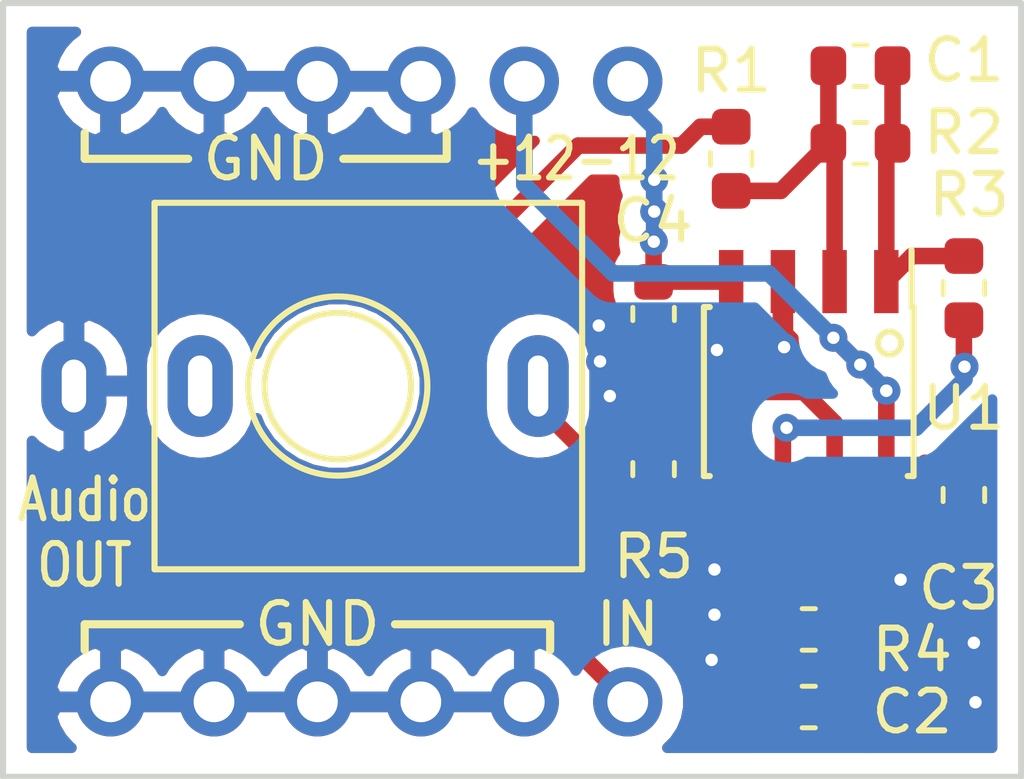
<source format=kicad_pcb>
(kicad_pcb (version 20171130) (host pcbnew "(5.1.9-0-10_14)")

  (general
    (thickness 1.6)
    (drawings 19)
    (tracks 84)
    (zones 0)
    (modules 13)
    (nets 11)
  )

  (page A4)
  (layers
    (0 F.Cu signal)
    (31 B.Cu signal)
    (32 B.Adhes user)
    (33 F.Adhes user)
    (34 B.Paste user)
    (35 F.Paste user)
    (36 B.SilkS user)
    (37 F.SilkS user)
    (38 B.Mask user)
    (39 F.Mask user)
    (40 Dwgs.User user)
    (41 Cmts.User user)
    (42 Eco1.User user)
    (43 Eco2.User user)
    (44 Edge.Cuts user)
    (45 Margin user)
    (46 B.CrtYd user hide)
    (47 F.CrtYd user hide)
    (48 B.Fab user hide)
    (49 F.Fab user hide)
  )

  (setup
    (last_trace_width 0.1524)
    (user_trace_width 0.1524)
    (user_trace_width 0.254)
    (user_trace_width 0.4064)
    (user_trace_width 0.635)
    (trace_clearance 0.1524)
    (zone_clearance 0.508)
    (zone_45_only no)
    (trace_min 0.1524)
    (via_size 0.6858)
    (via_drill 0.3048)
    (via_min_size 0.6858)
    (via_min_drill 0.3048)
    (uvia_size 0.3048)
    (uvia_drill 0.1524)
    (uvias_allowed no)
    (uvia_min_size 0.2)
    (uvia_min_drill 0.1)
    (edge_width 0.15)
    (segment_width 0.2)
    (pcb_text_width 0.3)
    (pcb_text_size 1.5 1.5)
    (mod_edge_width 0.15)
    (mod_text_size 1 1)
    (mod_text_width 0.15)
    (pad_size 1.524 1.524)
    (pad_drill 0.762)
    (pad_to_mask_clearance 0.2)
    (aux_axis_origin 0 0)
    (visible_elements FFFFFF7F)
    (pcbplotparams
      (layerselection 0x010fc_ffffffff)
      (usegerberextensions false)
      (usegerberattributes false)
      (usegerberadvancedattributes false)
      (creategerberjobfile false)
      (excludeedgelayer true)
      (linewidth 0.100000)
      (plotframeref false)
      (viasonmask false)
      (mode 1)
      (useauxorigin false)
      (hpglpennumber 1)
      (hpglpenspeed 20)
      (hpglpendiameter 15.000000)
      (psnegative false)
      (psa4output false)
      (plotreference true)
      (plotvalue true)
      (plotinvisibletext false)
      (padsonsilk false)
      (subtractmaskfromsilk false)
      (outputformat 1)
      (mirror false)
      (drillshape 1)
      (scaleselection 1)
      (outputdirectory ""))
  )

  (net 0 "")
  (net 1 "Net-(C1-Pad1)")
  (net 2 GND)
  (net 3 "Net-(C2-Pad1)")
  (net 4 "Net-(C1-Pad2)")
  (net 5 "Net-(C2-Pad2)")
  (net 6 +12V)
  (net 7 -12V)
  (net 8 "Net-(J1-Pad1)")
  (net 9 "Net-(J2-PadTN)")
  (net 10 "Net-(J2-PadT)")

  (net_class Default "This is the default net class."
    (clearance 0.1524)
    (trace_width 0.1524)
    (via_dia 0.6858)
    (via_drill 0.3048)
    (uvia_dia 0.3048)
    (uvia_drill 0.1524)
    (diff_pair_width 0.1524)
    (diff_pair_gap 0.1524)
    (add_net +12V)
    (add_net -12V)
    (add_net GND)
    (add_net "Net-(C1-Pad1)")
    (add_net "Net-(C1-Pad2)")
    (add_net "Net-(C2-Pad1)")
    (add_net "Net-(C2-Pad2)")
    (add_net "Net-(J1-Pad1)")
    (add_net "Net-(J2-PadT)")
    (add_net "Net-(J2-PadTN)")
  )

  (module Connector_PinHeader_2.54mm:PinHeader_1x06_P2.54mm_Vertical (layer B.Cu) (tedit 5FCA88E1) (tstamp 5FCA86FB)
    (at 116.34 73.16 90)
    (descr "Through hole straight pin header, 1x06, 2.54mm pitch, single row")
    (tags "Through hole pin header THT 1x06 2.54mm single row")
    (path /5FC933AD)
    (fp_text reference J1 (at 0 2.33 90) (layer B.SilkS) hide
      (effects (font (size 1 1) (thickness 0.15)) (justify mirror))
    )
    (fp_text value IN (at 0 -15.03 90) (layer B.Fab)
      (effects (font (size 1 1) (thickness 0.15)) (justify mirror))
    )
    (fp_line (start -0.635 1.27) (end 1.27 1.27) (layer B.Fab) (width 0.1))
    (fp_line (start 1.27 1.27) (end 1.27 -13.97) (layer B.Fab) (width 0.1))
    (fp_line (start 1.27 -13.97) (end -1.27 -13.97) (layer B.Fab) (width 0.1))
    (fp_line (start -1.27 -13.97) (end -1.27 0.635) (layer B.Fab) (width 0.1))
    (fp_line (start -1.27 0.635) (end -0.635 1.27) (layer B.Fab) (width 0.1))
    (fp_line (start -1.8 1.8) (end -1.8 -14.5) (layer B.CrtYd) (width 0.05))
    (fp_line (start -1.8 -14.5) (end 1.8 -14.5) (layer B.CrtYd) (width 0.05))
    (fp_line (start 1.8 -14.5) (end 1.8 1.8) (layer B.CrtYd) (width 0.05))
    (fp_line (start 1.8 1.8) (end -1.8 1.8) (layer B.CrtYd) (width 0.05))
    (fp_text user %R (at 0 -6.35) (layer B.Fab)
      (effects (font (size 1 1) (thickness 0.15)) (justify mirror))
    )
    (pad 6 thru_hole oval (at 0 -12.7 90) (size 1.7 1.7) (drill 1) (layers *.Cu *.Mask)
      (net 2 GND))
    (pad 5 thru_hole oval (at 0 -10.16 90) (size 1.7 1.7) (drill 1) (layers *.Cu *.Mask)
      (net 2 GND))
    (pad 4 thru_hole oval (at 0 -7.62 90) (size 1.7 1.7) (drill 1) (layers *.Cu *.Mask)
      (net 2 GND))
    (pad 3 thru_hole oval (at 0 -5.08 90) (size 1.7 1.7) (drill 1) (layers *.Cu *.Mask)
      (net 2 GND))
    (pad 2 thru_hole oval (at 0 -2.54 90) (size 1.7 1.7) (drill 1) (layers *.Cu *.Mask)
      (net 2 GND))
    (pad 1 thru_hole oval (at 0 0 90) (size 1.7 1.7) (drill 1) (layers *.Cu *.Mask)
      (net 8 "Net-(J1-Pad1)"))
    (model ${KISYS3DMOD}/Connector_PinHeader_2.54mm.3dshapes/PinHeader_1x06_P2.54mm_Vertical.wrl
      (at (xyz 0 0 0))
      (scale (xyz 1 1 1))
      (rotate (xyz 0 0 0))
    )
  )

  (module Connector_PinHeader_2.54mm:PinHeader_1x06_P2.54mm_Vertical (layer B.Cu) (tedit 5FC942C9) (tstamp 5FCA2C6E)
    (at 103.64 57.92 270)
    (descr "Through hole straight pin header, 1x06, 2.54mm pitch, single row")
    (tags "Through hole pin header THT 1x06 2.54mm single row")
    (path /5FCA991E)
    (fp_text reference J3 (at 0 2.33 270) (layer B.SilkS) hide
      (effects (font (size 1 1) (thickness 0.15)) (justify mirror))
    )
    (fp_text value POWER (at 0 -15.03 270) (layer B.Fab)
      (effects (font (size 1 1) (thickness 0.15)) (justify mirror))
    )
    (fp_line (start -0.635 1.27) (end 1.27 1.27) (layer B.Fab) (width 0.1))
    (fp_line (start 1.27 1.27) (end 1.27 -13.97) (layer B.Fab) (width 0.1))
    (fp_line (start 1.27 -13.97) (end -1.27 -13.97) (layer B.Fab) (width 0.1))
    (fp_line (start -1.27 -13.97) (end -1.27 0.635) (layer B.Fab) (width 0.1))
    (fp_line (start -1.27 0.635) (end -0.635 1.27) (layer B.Fab) (width 0.1))
    (fp_line (start -1.8 1.8) (end -1.8 -14.5) (layer B.CrtYd) (width 0.05))
    (fp_line (start -1.8 -14.5) (end 1.8 -14.5) (layer B.CrtYd) (width 0.05))
    (fp_line (start 1.8 -14.5) (end 1.8 1.8) (layer B.CrtYd) (width 0.05))
    (fp_line (start 1.8 1.8) (end -1.8 1.8) (layer B.CrtYd) (width 0.05))
    (fp_text user %R (at 0 -6.35 180) (layer B.Fab)
      (effects (font (size 1 1) (thickness 0.15)) (justify mirror))
    )
    (pad 6 thru_hole oval (at 0 -12.7 270) (size 1.7 1.7) (drill 1) (layers *.Cu *.Mask)
      (net 7 -12V))
    (pad 5 thru_hole oval (at 0 -10.16 270) (size 1.7 1.7) (drill 1) (layers *.Cu *.Mask)
      (net 6 +12V))
    (pad 4 thru_hole oval (at 0 -7.62 270) (size 1.7 1.7) (drill 1) (layers *.Cu *.Mask)
      (net 2 GND))
    (pad 3 thru_hole oval (at 0 -5.08 270) (size 1.7 1.7) (drill 1) (layers *.Cu *.Mask)
      (net 2 GND))
    (pad 2 thru_hole oval (at 0 -2.54 270) (size 1.7 1.7) (drill 1) (layers *.Cu *.Mask)
      (net 2 GND))
    (pad 1 thru_hole oval (at 0 0 270) (size 1.7 1.7) (drill 1) (layers *.Cu *.Mask)
      (net 2 GND))
    (model ${KISYS3DMOD}/Connector_PinHeader_2.54mm.3dshapes/PinHeader_1x06_P2.54mm_Vertical.wrl
      (at (xyz 0 0 0))
      (scale (xyz 1 1 1))
      (rotate (xyz 0 0 0))
    )
  )

  (module Capacitor_SMD:C_0603_1608Metric (layer F.Cu) (tedit 5B301BBE) (tstamp 5FCA2467)
    (at 122.055 57.539 180)
    (descr "Capacitor SMD 0603 (1608 Metric), square (rectangular) end terminal, IPC_7351 nominal, (Body size source: http://www.tortai-tech.com/upload/download/2011102023233369053.pdf), generated with kicad-footprint-generator")
    (tags capacitor)
    (path /5FC94BD6)
    (attr smd)
    (fp_text reference C1 (at -2.54 0.135 180) (layer F.SilkS)
      (effects (font (size 1 1) (thickness 0.15)))
    )
    (fp_text value 47p (at 0 1.43 180) (layer F.Fab)
      (effects (font (size 1 1) (thickness 0.15)))
    )
    (fp_line (start 1.48 0.73) (end -1.48 0.73) (layer F.CrtYd) (width 0.05))
    (fp_line (start 1.48 -0.73) (end 1.48 0.73) (layer F.CrtYd) (width 0.05))
    (fp_line (start -1.48 -0.73) (end 1.48 -0.73) (layer F.CrtYd) (width 0.05))
    (fp_line (start -1.48 0.73) (end -1.48 -0.73) (layer F.CrtYd) (width 0.05))
    (fp_line (start -0.162779 0.51) (end 0.162779 0.51) (layer F.SilkS) (width 0.12))
    (fp_line (start -0.162779 -0.51) (end 0.162779 -0.51) (layer F.SilkS) (width 0.12))
    (fp_line (start 0.8 0.4) (end -0.8 0.4) (layer F.Fab) (width 0.1))
    (fp_line (start 0.8 -0.4) (end 0.8 0.4) (layer F.Fab) (width 0.1))
    (fp_line (start -0.8 -0.4) (end 0.8 -0.4) (layer F.Fab) (width 0.1))
    (fp_line (start -0.8 0.4) (end -0.8 -0.4) (layer F.Fab) (width 0.1))
    (fp_text user %R (at 0 0 180) (layer F.Fab)
      (effects (font (size 0.4 0.4) (thickness 0.06)))
    )
    (pad 1 smd roundrect (at -0.7875 0 180) (size 0.875 0.95) (layers F.Cu F.Paste F.Mask) (roundrect_rratio 0.25)
      (net 1 "Net-(C1-Pad1)"))
    (pad 2 smd roundrect (at 0.7875 0 180) (size 0.875 0.95) (layers F.Cu F.Paste F.Mask) (roundrect_rratio 0.25)
      (net 4 "Net-(C1-Pad2)"))
    (model ${KISYS3DMOD}/Capacitor_SMD.3dshapes/C_0603_1608Metric.wrl
      (at (xyz 0 0 0))
      (scale (xyz 1 1 1))
      (rotate (xyz 0 0 0))
    )
  )

  (module Capacitor_SMD:C_0603_1608Metric (layer F.Cu) (tedit 5B301BBE) (tstamp 5FCA2557)
    (at 120.785 73.287 180)
    (descr "Capacitor SMD 0603 (1608 Metric), square (rectangular) end terminal, IPC_7351 nominal, (Body size source: http://www.tortai-tech.com/upload/download/2011102023233369053.pdf), generated with kicad-footprint-generator")
    (tags capacitor)
    (path /5FCAFA2E)
    (attr smd)
    (fp_text reference C2 (at -2.54 -0.119 180) (layer F.SilkS)
      (effects (font (size 1 1) (thickness 0.15)))
    )
    (fp_text value 47p (at 0 1.43 180) (layer F.Fab)
      (effects (font (size 1 1) (thickness 0.15)))
    )
    (fp_line (start -0.8 0.4) (end -0.8 -0.4) (layer F.Fab) (width 0.1))
    (fp_line (start -0.8 -0.4) (end 0.8 -0.4) (layer F.Fab) (width 0.1))
    (fp_line (start 0.8 -0.4) (end 0.8 0.4) (layer F.Fab) (width 0.1))
    (fp_line (start 0.8 0.4) (end -0.8 0.4) (layer F.Fab) (width 0.1))
    (fp_line (start -0.162779 -0.51) (end 0.162779 -0.51) (layer F.SilkS) (width 0.12))
    (fp_line (start -0.162779 0.51) (end 0.162779 0.51) (layer F.SilkS) (width 0.12))
    (fp_line (start -1.48 0.73) (end -1.48 -0.73) (layer F.CrtYd) (width 0.05))
    (fp_line (start -1.48 -0.73) (end 1.48 -0.73) (layer F.CrtYd) (width 0.05))
    (fp_line (start 1.48 -0.73) (end 1.48 0.73) (layer F.CrtYd) (width 0.05))
    (fp_line (start 1.48 0.73) (end -1.48 0.73) (layer F.CrtYd) (width 0.05))
    (fp_text user %R (at 0 0 180) (layer F.Fab)
      (effects (font (size 0.4 0.4) (thickness 0.06)))
    )
    (pad 2 smd roundrect (at 0.7875 0 180) (size 0.875 0.95) (layers F.Cu F.Paste F.Mask) (roundrect_rratio 0.25)
      (net 5 "Net-(C2-Pad2)"))
    (pad 1 smd roundrect (at -0.7875 0 180) (size 0.875 0.95) (layers F.Cu F.Paste F.Mask) (roundrect_rratio 0.25)
      (net 3 "Net-(C2-Pad1)"))
    (model ${KISYS3DMOD}/Capacitor_SMD.3dshapes/C_0603_1608Metric.wrl
      (at (xyz 0 0 0))
      (scale (xyz 1 1 1))
      (rotate (xyz 0 0 0))
    )
  )

  (module Capacitor_SMD:C_0603_1608Metric (layer F.Cu) (tedit 5B301BBE) (tstamp 5FCA2527)
    (at 124.595 68.08 270)
    (descr "Capacitor SMD 0603 (1608 Metric), square (rectangular) end terminal, IPC_7351 nominal, (Body size source: http://www.tortai-tech.com/upload/download/2011102023233369053.pdf), generated with kicad-footprint-generator")
    (tags capacitor)
    (path /5FC94671)
    (attr smd)
    (fp_text reference C3 (at 2.286 0.127) (layer F.SilkS)
      (effects (font (size 1 1) (thickness 0.15)))
    )
    (fp_text value 100n (at 0 1.43 270) (layer F.Fab)
      (effects (font (size 1 1) (thickness 0.15)))
    )
    (fp_line (start 1.48 0.73) (end -1.48 0.73) (layer F.CrtYd) (width 0.05))
    (fp_line (start 1.48 -0.73) (end 1.48 0.73) (layer F.CrtYd) (width 0.05))
    (fp_line (start -1.48 -0.73) (end 1.48 -0.73) (layer F.CrtYd) (width 0.05))
    (fp_line (start -1.48 0.73) (end -1.48 -0.73) (layer F.CrtYd) (width 0.05))
    (fp_line (start -0.162779 0.51) (end 0.162779 0.51) (layer F.SilkS) (width 0.12))
    (fp_line (start -0.162779 -0.51) (end 0.162779 -0.51) (layer F.SilkS) (width 0.12))
    (fp_line (start 0.8 0.4) (end -0.8 0.4) (layer F.Fab) (width 0.1))
    (fp_line (start 0.8 -0.4) (end 0.8 0.4) (layer F.Fab) (width 0.1))
    (fp_line (start -0.8 -0.4) (end 0.8 -0.4) (layer F.Fab) (width 0.1))
    (fp_line (start -0.8 0.4) (end -0.8 -0.4) (layer F.Fab) (width 0.1))
    (fp_text user %R (at 0 0 270) (layer F.Fab)
      (effects (font (size 0.4 0.4) (thickness 0.06)))
    )
    (pad 1 smd roundrect (at -0.7875 0 270) (size 0.875 0.95) (layers F.Cu F.Paste F.Mask) (roundrect_rratio 0.25)
      (net 6 +12V))
    (pad 2 smd roundrect (at 0.7875 0 270) (size 0.875 0.95) (layers F.Cu F.Paste F.Mask) (roundrect_rratio 0.25)
      (net 2 GND))
    (model ${KISYS3DMOD}/Capacitor_SMD.3dshapes/C_0603_1608Metric.wrl
      (at (xyz 0 0 0))
      (scale (xyz 1 1 1))
      (rotate (xyz 0 0 0))
    )
  )

  (module Capacitor_SMD:C_0603_1608Metric (layer F.Cu) (tedit 5B301BBE) (tstamp 5FCA24F7)
    (at 116.975 63.635 90)
    (descr "Capacitor SMD 0603 (1608 Metric), square (rectangular) end terminal, IPC_7351 nominal, (Body size source: http://www.tortai-tech.com/upload/download/2011102023233369053.pdf), generated with kicad-footprint-generator")
    (tags capacitor)
    (path /5FCA8BA7)
    (attr smd)
    (fp_text reference C4 (at 2.285 -0.015 180) (layer F.SilkS)
      (effects (font (size 1 1) (thickness 0.15)))
    )
    (fp_text value 100n (at 0 1.43 90) (layer F.Fab)
      (effects (font (size 1 1) (thickness 0.15)))
    )
    (fp_line (start -0.8 0.4) (end -0.8 -0.4) (layer F.Fab) (width 0.1))
    (fp_line (start -0.8 -0.4) (end 0.8 -0.4) (layer F.Fab) (width 0.1))
    (fp_line (start 0.8 -0.4) (end 0.8 0.4) (layer F.Fab) (width 0.1))
    (fp_line (start 0.8 0.4) (end -0.8 0.4) (layer F.Fab) (width 0.1))
    (fp_line (start -0.162779 -0.51) (end 0.162779 -0.51) (layer F.SilkS) (width 0.12))
    (fp_line (start -0.162779 0.51) (end 0.162779 0.51) (layer F.SilkS) (width 0.12))
    (fp_line (start -1.48 0.73) (end -1.48 -0.73) (layer F.CrtYd) (width 0.05))
    (fp_line (start -1.48 -0.73) (end 1.48 -0.73) (layer F.CrtYd) (width 0.05))
    (fp_line (start 1.48 -0.73) (end 1.48 0.73) (layer F.CrtYd) (width 0.05))
    (fp_line (start 1.48 0.73) (end -1.48 0.73) (layer F.CrtYd) (width 0.05))
    (fp_text user %R (at 0 0 90) (layer F.Fab)
      (effects (font (size 0.4 0.4) (thickness 0.06)))
    )
    (pad 2 smd roundrect (at 0.7875 0 90) (size 0.875 0.95) (layers F.Cu F.Paste F.Mask) (roundrect_rratio 0.25)
      (net 7 -12V))
    (pad 1 smd roundrect (at -0.7875 0 90) (size 0.875 0.95) (layers F.Cu F.Paste F.Mask) (roundrect_rratio 0.25)
      (net 2 GND))
    (model ${KISYS3DMOD}/Capacitor_SMD.3dshapes/C_0603_1608Metric.wrl
      (at (xyz 0 0 0))
      (scale (xyz 1 1 1))
      (rotate (xyz 0 0 0))
    )
  )

  (module Resistor_SMD:R_0603_1608Metric (layer F.Cu) (tedit 5B301BBD) (tstamp 5FCA24C7)
    (at 118.88 59.825 90)
    (descr "Resistor SMD 0603 (1608 Metric), square (rectangular) end terminal, IPC_7351 nominal, (Body size source: http://www.tortai-tech.com/upload/download/2011102023233369053.pdf), generated with kicad-footprint-generator")
    (tags resistor)
    (path /5FC9316D)
    (attr smd)
    (fp_text reference R1 (at 2.159 0 180) (layer F.SilkS)
      (effects (font (size 1 1) (thickness 0.15)))
    )
    (fp_text value 10k (at 0 1.43 90) (layer F.Fab)
      (effects (font (size 1 1) (thickness 0.15)))
    )
    (fp_line (start 1.48 0.73) (end -1.48 0.73) (layer F.CrtYd) (width 0.05))
    (fp_line (start 1.48 -0.73) (end 1.48 0.73) (layer F.CrtYd) (width 0.05))
    (fp_line (start -1.48 -0.73) (end 1.48 -0.73) (layer F.CrtYd) (width 0.05))
    (fp_line (start -1.48 0.73) (end -1.48 -0.73) (layer F.CrtYd) (width 0.05))
    (fp_line (start -0.162779 0.51) (end 0.162779 0.51) (layer F.SilkS) (width 0.12))
    (fp_line (start -0.162779 -0.51) (end 0.162779 -0.51) (layer F.SilkS) (width 0.12))
    (fp_line (start 0.8 0.4) (end -0.8 0.4) (layer F.Fab) (width 0.1))
    (fp_line (start 0.8 -0.4) (end 0.8 0.4) (layer F.Fab) (width 0.1))
    (fp_line (start -0.8 -0.4) (end 0.8 -0.4) (layer F.Fab) (width 0.1))
    (fp_line (start -0.8 0.4) (end -0.8 -0.4) (layer F.Fab) (width 0.1))
    (fp_text user %R (at 0 0 90) (layer F.Fab)
      (effects (font (size 0.4 0.4) (thickness 0.06)))
    )
    (pad 1 smd roundrect (at -0.7875 0 90) (size 0.875 0.95) (layers F.Cu F.Paste F.Mask) (roundrect_rratio 0.25)
      (net 4 "Net-(C1-Pad2)"))
    (pad 2 smd roundrect (at 0.7875 0 90) (size 0.875 0.95) (layers F.Cu F.Paste F.Mask) (roundrect_rratio 0.25)
      (net 8 "Net-(J1-Pad1)"))
    (model ${KISYS3DMOD}/Resistor_SMD.3dshapes/R_0603_1608Metric.wrl
      (at (xyz 0 0 0))
      (scale (xyz 1 1 1))
      (rotate (xyz 0 0 0))
    )
  )

  (module Resistor_SMD:R_0603_1608Metric (layer F.Cu) (tedit 5B301BBD) (tstamp 5FCA2497)
    (at 122.055 59.444 180)
    (descr "Resistor SMD 0603 (1608 Metric), square (rectangular) end terminal, IPC_7351 nominal, (Body size source: http://www.tortai-tech.com/upload/download/2011102023233369053.pdf), generated with kicad-footprint-generator")
    (tags resistor)
    (path /5FCA6E46)
    (attr smd)
    (fp_text reference R2 (at -2.54 0.262 180) (layer F.SilkS)
      (effects (font (size 1 1) (thickness 0.15)))
    )
    (fp_text value 100k (at 0 1.43 180) (layer F.Fab)
      (effects (font (size 1 1) (thickness 0.15)))
    )
    (fp_line (start -0.8 0.4) (end -0.8 -0.4) (layer F.Fab) (width 0.1))
    (fp_line (start -0.8 -0.4) (end 0.8 -0.4) (layer F.Fab) (width 0.1))
    (fp_line (start 0.8 -0.4) (end 0.8 0.4) (layer F.Fab) (width 0.1))
    (fp_line (start 0.8 0.4) (end -0.8 0.4) (layer F.Fab) (width 0.1))
    (fp_line (start -0.162779 -0.51) (end 0.162779 -0.51) (layer F.SilkS) (width 0.12))
    (fp_line (start -0.162779 0.51) (end 0.162779 0.51) (layer F.SilkS) (width 0.12))
    (fp_line (start -1.48 0.73) (end -1.48 -0.73) (layer F.CrtYd) (width 0.05))
    (fp_line (start -1.48 -0.73) (end 1.48 -0.73) (layer F.CrtYd) (width 0.05))
    (fp_line (start 1.48 -0.73) (end 1.48 0.73) (layer F.CrtYd) (width 0.05))
    (fp_line (start 1.48 0.73) (end -1.48 0.73) (layer F.CrtYd) (width 0.05))
    (fp_text user %R (at 0 0 180) (layer F.Fab)
      (effects (font (size 0.4 0.4) (thickness 0.06)))
    )
    (pad 2 smd roundrect (at 0.7875 0 180) (size 0.875 0.95) (layers F.Cu F.Paste F.Mask) (roundrect_rratio 0.25)
      (net 4 "Net-(C1-Pad2)"))
    (pad 1 smd roundrect (at -0.7875 0 180) (size 0.875 0.95) (layers F.Cu F.Paste F.Mask) (roundrect_rratio 0.25)
      (net 1 "Net-(C1-Pad1)"))
    (model ${KISYS3DMOD}/Resistor_SMD.3dshapes/R_0603_1608Metric.wrl
      (at (xyz 0 0 0))
      (scale (xyz 1 1 1))
      (rotate (xyz 0 0 0))
    )
  )

  (module Resistor_SMD:R_0603_1608Metric (layer F.Cu) (tedit 5B301BBD) (tstamp 5FCA2587)
    (at 124.595 63 90)
    (descr "Resistor SMD 0603 (1608 Metric), square (rectangular) end terminal, IPC_7351 nominal, (Body size source: http://www.tortai-tech.com/upload/download/2011102023233369053.pdf), generated with kicad-footprint-generator")
    (tags resistor)
    (path /5FCA85EE)
    (attr smd)
    (fp_text reference R3 (at 2.286 0.127 180) (layer F.SilkS)
      (effects (font (size 1 1) (thickness 0.15)))
    )
    (fp_text value 100k (at 0 1.43 90) (layer F.Fab)
      (effects (font (size 1 1) (thickness 0.15)))
    )
    (fp_line (start 1.48 0.73) (end -1.48 0.73) (layer F.CrtYd) (width 0.05))
    (fp_line (start 1.48 -0.73) (end 1.48 0.73) (layer F.CrtYd) (width 0.05))
    (fp_line (start -1.48 -0.73) (end 1.48 -0.73) (layer F.CrtYd) (width 0.05))
    (fp_line (start -1.48 0.73) (end -1.48 -0.73) (layer F.CrtYd) (width 0.05))
    (fp_line (start -0.162779 0.51) (end 0.162779 0.51) (layer F.SilkS) (width 0.12))
    (fp_line (start -0.162779 -0.51) (end 0.162779 -0.51) (layer F.SilkS) (width 0.12))
    (fp_line (start 0.8 0.4) (end -0.8 0.4) (layer F.Fab) (width 0.1))
    (fp_line (start 0.8 -0.4) (end 0.8 0.4) (layer F.Fab) (width 0.1))
    (fp_line (start -0.8 -0.4) (end 0.8 -0.4) (layer F.Fab) (width 0.1))
    (fp_line (start -0.8 0.4) (end -0.8 -0.4) (layer F.Fab) (width 0.1))
    (fp_text user %R (at 0 0 90) (layer F.Fab)
      (effects (font (size 0.4 0.4) (thickness 0.06)))
    )
    (pad 1 smd roundrect (at -0.7875 0 90) (size 0.875 0.95) (layers F.Cu F.Paste F.Mask) (roundrect_rratio 0.25)
      (net 5 "Net-(C2-Pad2)"))
    (pad 2 smd roundrect (at 0.7875 0 90) (size 0.875 0.95) (layers F.Cu F.Paste F.Mask) (roundrect_rratio 0.25)
      (net 1 "Net-(C1-Pad1)"))
    (model ${KISYS3DMOD}/Resistor_SMD.3dshapes/R_0603_1608Metric.wrl
      (at (xyz 0 0 0))
      (scale (xyz 1 1 1))
      (rotate (xyz 0 0 0))
    )
  )

  (module Resistor_SMD:R_0603_1608Metric (layer F.Cu) (tedit 5B301BBD) (tstamp 5FCA263B)
    (at 120.785 71.382 180)
    (descr "Resistor SMD 0603 (1608 Metric), square (rectangular) end terminal, IPC_7351 nominal, (Body size source: http://www.tortai-tech.com/upload/download/2011102023233369053.pdf), generated with kicad-footprint-generator")
    (tags resistor)
    (path /5FC92D66)
    (attr smd)
    (fp_text reference R4 (at -2.54 -0.5 180) (layer F.SilkS)
      (effects (font (size 1 1) (thickness 0.15)))
    )
    (fp_text value 100k (at 0 1.43 180) (layer F.Fab)
      (effects (font (size 1 1) (thickness 0.15)))
    )
    (fp_line (start -0.8 0.4) (end -0.8 -0.4) (layer F.Fab) (width 0.1))
    (fp_line (start -0.8 -0.4) (end 0.8 -0.4) (layer F.Fab) (width 0.1))
    (fp_line (start 0.8 -0.4) (end 0.8 0.4) (layer F.Fab) (width 0.1))
    (fp_line (start 0.8 0.4) (end -0.8 0.4) (layer F.Fab) (width 0.1))
    (fp_line (start -0.162779 -0.51) (end 0.162779 -0.51) (layer F.SilkS) (width 0.12))
    (fp_line (start -0.162779 0.51) (end 0.162779 0.51) (layer F.SilkS) (width 0.12))
    (fp_line (start -1.48 0.73) (end -1.48 -0.73) (layer F.CrtYd) (width 0.05))
    (fp_line (start -1.48 -0.73) (end 1.48 -0.73) (layer F.CrtYd) (width 0.05))
    (fp_line (start 1.48 -0.73) (end 1.48 0.73) (layer F.CrtYd) (width 0.05))
    (fp_line (start 1.48 0.73) (end -1.48 0.73) (layer F.CrtYd) (width 0.05))
    (fp_text user %R (at 0 0 180) (layer F.Fab)
      (effects (font (size 0.4 0.4) (thickness 0.06)))
    )
    (pad 2 smd roundrect (at 0.7875 0 180) (size 0.875 0.95) (layers F.Cu F.Paste F.Mask) (roundrect_rratio 0.25)
      (net 5 "Net-(C2-Pad2)"))
    (pad 1 smd roundrect (at -0.7875 0 180) (size 0.875 0.95) (layers F.Cu F.Paste F.Mask) (roundrect_rratio 0.25)
      (net 3 "Net-(C2-Pad1)"))
    (model ${KISYS3DMOD}/Resistor_SMD.3dshapes/R_0603_1608Metric.wrl
      (at (xyz 0 0 0))
      (scale (xyz 1 1 1))
      (rotate (xyz 0 0 0))
    )
  )

  (module Resistor_SMD:R_0603_1608Metric (layer F.Cu) (tedit 5B301BBD) (tstamp 5FC96AFD)
    (at 116.975 67.445 90)
    (descr "Resistor SMD 0603 (1608 Metric), square (rectangular) end terminal, IPC_7351 nominal, (Body size source: http://www.tortai-tech.com/upload/download/2011102023233369053.pdf), generated with kicad-footprint-generator")
    (tags resistor)
    (path /5FC9323B)
    (attr smd)
    (fp_text reference R5 (at -2.151 0 -180) (layer F.SilkS)
      (effects (font (size 1 1) (thickness 0.15)))
    )
    (fp_text value 1k (at 0 1.43 90) (layer F.Fab)
      (effects (font (size 1 1) (thickness 0.15)))
    )
    (fp_line (start 1.48 0.73) (end -1.48 0.73) (layer F.CrtYd) (width 0.05))
    (fp_line (start 1.48 -0.73) (end 1.48 0.73) (layer F.CrtYd) (width 0.05))
    (fp_line (start -1.48 -0.73) (end 1.48 -0.73) (layer F.CrtYd) (width 0.05))
    (fp_line (start -1.48 0.73) (end -1.48 -0.73) (layer F.CrtYd) (width 0.05))
    (fp_line (start -0.162779 0.51) (end 0.162779 0.51) (layer F.SilkS) (width 0.12))
    (fp_line (start -0.162779 -0.51) (end 0.162779 -0.51) (layer F.SilkS) (width 0.12))
    (fp_line (start 0.8 0.4) (end -0.8 0.4) (layer F.Fab) (width 0.1))
    (fp_line (start 0.8 -0.4) (end 0.8 0.4) (layer F.Fab) (width 0.1))
    (fp_line (start -0.8 -0.4) (end 0.8 -0.4) (layer F.Fab) (width 0.1))
    (fp_line (start -0.8 0.4) (end -0.8 -0.4) (layer F.Fab) (width 0.1))
    (fp_text user %R (at 0 0 90) (layer F.Fab)
      (effects (font (size 0.4 0.4) (thickness 0.06)))
    )
    (pad 1 smd roundrect (at -0.7875 0 90) (size 0.875 0.95) (layers F.Cu F.Paste F.Mask) (roundrect_rratio 0.25)
      (net 10 "Net-(J2-PadT)"))
    (pad 2 smd roundrect (at 0.7875 0 90) (size 0.875 0.95) (layers F.Cu F.Paste F.Mask) (roundrect_rratio 0.25)
      (net 3 "Net-(C2-Pad1)"))
    (model ${KISYS3DMOD}/Resistor_SMD.3dshapes/R_0603_1608Metric.wrl
      (at (xyz 0 0 0))
      (scale (xyz 1 1 1))
      (rotate (xyz 0 0 0))
    )
  )

  (module Package_SO:SOIC-8_3.9x4.9mm_P1.27mm (layer F.Cu) (tedit 5A02F2D3) (tstamp 5FCA25C3)
    (at 120.785 65.54 270)
    (descr "8-Lead Plastic Small Outline (SN) - Narrow, 3.90 mm Body [SOIC] (see Microchip Packaging Specification 00000049BS.pdf)")
    (tags "SOIC 1.27")
    (path /5FC92B57)
    (attr smd)
    (fp_text reference U1 (at 0.41 -3.805) (layer F.SilkS)
      (effects (font (size 1 1) (thickness 0.15)))
    )
    (fp_text value TL072 (at 0 3.5 270) (layer F.Fab)
      (effects (font (size 1 1) (thickness 0.15)))
    )
    (fp_line (start -2.075 -2.525) (end -3.475 -2.525) (layer F.SilkS) (width 0.15))
    (fp_line (start -2.075 2.575) (end 2.075 2.575) (layer F.SilkS) (width 0.15))
    (fp_line (start -2.075 -2.575) (end 2.075 -2.575) (layer F.SilkS) (width 0.15))
    (fp_line (start -2.075 2.575) (end -2.075 2.43) (layer F.SilkS) (width 0.15))
    (fp_line (start 2.075 2.575) (end 2.075 2.43) (layer F.SilkS) (width 0.15))
    (fp_line (start 2.075 -2.575) (end 2.075 -2.43) (layer F.SilkS) (width 0.15))
    (fp_line (start -2.075 -2.575) (end -2.075 -2.525) (layer F.SilkS) (width 0.15))
    (fp_line (start -3.73 2.7) (end 3.73 2.7) (layer F.CrtYd) (width 0.05))
    (fp_line (start -3.73 -2.7) (end 3.73 -2.7) (layer F.CrtYd) (width 0.05))
    (fp_line (start 3.73 -2.7) (end 3.73 2.7) (layer F.CrtYd) (width 0.05))
    (fp_line (start -3.73 -2.7) (end -3.73 2.7) (layer F.CrtYd) (width 0.05))
    (fp_line (start -1.95 -1.45) (end -0.95 -2.45) (layer F.Fab) (width 0.1))
    (fp_line (start -1.95 2.45) (end -1.95 -1.45) (layer F.Fab) (width 0.1))
    (fp_line (start 1.95 2.45) (end -1.95 2.45) (layer F.Fab) (width 0.1))
    (fp_line (start 1.95 -2.45) (end 1.95 2.45) (layer F.Fab) (width 0.1))
    (fp_line (start -0.95 -2.45) (end 1.95 -2.45) (layer F.Fab) (width 0.1))
    (fp_text user %R (at 0 0 270) (layer F.Fab)
      (effects (font (size 1 1) (thickness 0.15)))
    )
    (pad 1 smd rect (at -2.7 -1.905 270) (size 1.55 0.6) (layers F.Cu F.Paste F.Mask)
      (net 1 "Net-(C1-Pad1)"))
    (pad 2 smd rect (at -2.7 -0.635 270) (size 1.55 0.6) (layers F.Cu F.Paste F.Mask)
      (net 4 "Net-(C1-Pad2)"))
    (pad 3 smd rect (at -2.7 0.635 270) (size 1.55 0.6) (layers F.Cu F.Paste F.Mask)
      (net 2 GND))
    (pad 4 smd rect (at -2.7 1.905 270) (size 1.55 0.6) (layers F.Cu F.Paste F.Mask)
      (net 7 -12V))
    (pad 5 smd rect (at 2.7 1.905 270) (size 1.55 0.6) (layers F.Cu F.Paste F.Mask)
      (net 2 GND))
    (pad 6 smd rect (at 2.7 0.635 270) (size 1.55 0.6) (layers F.Cu F.Paste F.Mask)
      (net 5 "Net-(C2-Pad2)"))
    (pad 7 smd rect (at 2.7 -0.635 270) (size 1.55 0.6) (layers F.Cu F.Paste F.Mask)
      (net 3 "Net-(C2-Pad1)"))
    (pad 8 smd rect (at 2.7 -1.905 270) (size 1.55 0.6) (layers F.Cu F.Paste F.Mask)
      (net 6 +12V))
    (model ${KISYS3DMOD}/Package_SO.3dshapes/SOIC-8_3.9x4.9mm_P1.27mm.wrl
      (at (xyz 0 0 0))
      (scale (xyz 1 1 1))
      (rotate (xyz 0 0 0))
    )
  )

  (module Connector_Thonk:ThonkiconnJack (layer F.Cu) (tedit 5FCA8A60) (tstamp 5FCA8714)
    (at 109.22 65.405 270)
    (path /5FC82E98)
    (fp_text reference J2 (at 0 -7.5 270) (layer F.SilkS) hide
      (effects (font (size 1 1) (thickness 0.15)))
    )
    (fp_text value OUT (at 0 9.3 270) (layer F.Fab)
      (effects (font (size 1 1) (thickness 0.15)))
    )
    (fp_circle (center 0 0) (end 1.8 0) (layer F.SilkS) (width 0.15))
    (fp_line (start -4.5 -6) (end 4.5 -6) (layer F.SilkS) (width 0.15))
    (fp_line (start -4.5 -6) (end -4.5 4.5) (layer F.SilkS) (width 0.15))
    (fp_line (start 4.5 -6) (end 4.5 4.5) (layer F.SilkS) (width 0.15))
    (fp_line (start -4.5 4.5) (end 4.5 4.5) (layer F.SilkS) (width 0.15))
    (fp_circle (center 0 0) (end 2.2 0) (layer F.SilkS) (width 0.15))
    (pad S thru_hole oval (at 0 6.48 270) (size 2.3 1.6) (drill oval 1.3 0.6) (layers *.Cu *.Mask)
      (net 2 GND))
    (pad TN thru_hole oval (at 0 3.38 270) (size 2.5 1.6) (drill oval 1.5 0.6) (layers *.Cu *.Mask)
      (net 9 "Net-(J2-PadTN)"))
    (pad T thru_hole oval (at 0 -4.92 270) (size 2.5 1.5) (drill oval 1.5 0.5) (layers *.Cu *.Mask)
      (net 10 "Net-(J2-PadT)"))
    (pad "" np_thru_hole circle (at 0 0 270) (size 3 3) (drill 3) (layers *.Cu *.Mask))
  )

  (gr_circle (center 122.77 64.35) (end 123.052843 64.35) (layer F.SilkS) (width 0.15))
  (gr_text "Audio\nOUT" (at 103 69) (layer F.SilkS) (tstamp 5FC9695F)
    (effects (font (size 1 0.8) (thickness 0.15)))
  )
  (gr_line (start 101 56) (end 101 75) (layer Edge.Cuts) (width 0.15))
  (gr_line (start 126 56) (end 101 56) (layer Edge.Cuts) (width 0.15))
  (gr_line (start 126 75) (end 126 56) (layer Edge.Cuts) (width 0.15))
  (gr_line (start 101 75) (end 126 75) (layer Edge.Cuts) (width 0.15))
  (gr_text IN (at 116.34 71.255) (layer F.SilkS) (tstamp 5FCA3192)
    (effects (font (size 1 1) (thickness 0.15)))
  )
  (gr_line (start 114.435 71.255) (end 114.435 71.89) (layer F.SilkS) (width 0.2))
  (gr_line (start 110.625 71.255) (end 114.435 71.255) (layer F.SilkS) (width 0.2))
  (gr_line (start 103.005 71.255) (end 106.815 71.255) (layer F.SilkS) (width 0.2))
  (gr_line (start 103.005 71.89) (end 103.005 71.255) (layer F.SilkS) (width 0.2))
  (gr_text GND (at 108.72 71.255) (layer F.SilkS) (tstamp 5FCA3176)
    (effects (font (size 1 1) (thickness 0.15)))
  )
  (gr_line (start 111.895 59.825) (end 111.895 59.19) (layer F.SilkS) (width 0.2))
  (gr_line (start 109.355 59.825) (end 111.895 59.825) (layer F.SilkS) (width 0.2))
  (gr_line (start 103.005 59.825) (end 105.545 59.825) (layer F.SilkS) (width 0.2))
  (gr_line (start 103.005 59.19) (end 103.005 59.825) (layer F.SilkS) (width 0.2))
  (gr_text GND (at 107.45 59.825) (layer F.SilkS) (tstamp 5FCA316C)
    (effects (font (size 1 1) (thickness 0.15)))
  )
  (gr_text -12 (at 116.34 59.825) (layer F.SilkS) (tstamp 5FCA3144)
    (effects (font (size 1 0.8) (thickness 0.15)))
  )
  (gr_text +12 (at 113.8 59.825) (layer F.SilkS)
    (effects (font (size 1 0.8) (thickness 0.15)))
  )

  (segment (start 122.8425 57.539) (end 122.8425 59.444) (width 0.4064) (layer F.Cu) (net 1))
  (segment (start 123.3175 62.2125) (end 122.69 62.84) (width 0.4064) (layer F.Cu) (net 1))
  (segment (start 124.595 62.2125) (end 123.3175 62.2125) (width 0.4064) (layer F.Cu) (net 1))
  (segment (start 122.69 59.5965) (end 122.8425 59.444) (width 0.4064) (layer F.Cu) (net 1))
  (segment (start 122.69 62.84) (end 122.69 59.5965) (width 0.4064) (layer F.Cu) (net 1))
  (via (at 118.4 72.13) (size 0.6858) (drill 0.3048) (layers F.Cu B.Cu) (net 2))
  (via (at 115.9 65.65) (size 0.6858) (drill 0.3048) (layers F.Cu B.Cu) (net 2))
  (via (at 118.47 69.91) (size 0.6858) (drill 0.3048) (layers F.Cu B.Cu) (net 2))
  (via (at 118.47 71.02) (size 0.6858) (drill 0.3048) (layers F.Cu B.Cu) (net 2))
  (via (at 123.04 70.16) (size 0.6858) (drill 0.3048) (layers F.Cu B.Cu) (net 2))
  (via (at 124.84 71.71) (size 0.6858) (drill 0.3048) (layers F.Cu B.Cu) (net 2))
  (via (at 124.88 73.17) (size 0.6858) (drill 0.3048) (layers F.Cu B.Cu) (net 2))
  (via (at 115.63 63.92) (size 0.6858) (drill 0.3048) (layers F.Cu B.Cu) (net 2))
  (via (at 118.53 64.52) (size 0.6858) (drill 0.3048) (layers F.Cu B.Cu) (net 2))
  (via (at 120.18 64.45) (size 0.6858) (drill 0.3048) (layers F.Cu B.Cu) (net 2))
  (via (at 115.66 64.8) (size 0.6858) (drill 0.3048) (layers F.Cu B.Cu) (net 2) (tstamp 5FCA8BD5))
  (segment (start 121.5725 71.382) (end 121.5725 73.287) (width 0.4064) (layer F.Cu) (net 3))
  (segment (start 118.0825 65.55) (end 117.436612 66.195888) (width 0.4064) (layer F.Cu) (net 3))
  (segment (start 117.436612 66.195888) (end 116.975 66.6575) (width 0.4064) (layer F.Cu) (net 3))
  (segment (start 120.66 65.55) (end 118.0825 65.55) (width 0.4064) (layer F.Cu) (net 3))
  (segment (start 121.42 66.31) (end 120.66 65.55) (width 0.4064) (layer F.Cu) (net 3))
  (segment (start 121.42 68.24) (end 121.42 66.31) (width 0.4064) (layer F.Cu) (net 3))
  (segment (start 121.42 71.2295) (end 121.5725 71.382) (width 0.4064) (layer F.Cu) (net 3))
  (segment (start 121.42 68.24) (end 121.42 71.2295) (width 0.4064) (layer F.Cu) (net 3))
  (segment (start 121.2675 57.539) (end 121.2675 59.444) (width 0.4064) (layer F.Cu) (net 4))
  (segment (start 120.099 60.6125) (end 121.2675 59.444) (width 0.4064) (layer F.Cu) (net 4))
  (segment (start 118.88 60.6125) (end 120.099 60.6125) (width 0.4064) (layer F.Cu) (net 4))
  (segment (start 121.42 59.5965) (end 121.2675 59.444) (width 0.4064) (layer F.Cu) (net 4))
  (segment (start 121.42 62.84) (end 121.42 59.5965) (width 0.4064) (layer F.Cu) (net 4))
  (segment (start 119.9975 71.382) (end 119.9975 73.287) (width 0.4064) (layer F.Cu) (net 5))
  (via (at 124.61 64.93) (size 0.6858) (drill 0.3048) (layers F.Cu B.Cu) (net 5))
  (segment (start 124.595 64.915) (end 124.61 64.93) (width 0.4064) (layer F.Cu) (net 5))
  (segment (start 124.595 63.7875) (end 124.595 64.915) (width 0.4064) (layer F.Cu) (net 5))
  (segment (start 120.15 68.24) (end 120.15 66.52) (width 0.4064) (layer F.Cu) (net 5))
  (segment (start 120.15 66.52) (end 120.24 66.43) (width 0.4064) (layer F.Cu) (net 5))
  (via (at 120.24 66.43) (size 0.6858) (drill 0.3048) (layers F.Cu B.Cu) (net 5))
  (segment (start 120.15 71.2295) (end 119.9975 71.382) (width 0.4064) (layer F.Cu) (net 5))
  (segment (start 120.15 68.24) (end 120.15 71.2295) (width 0.4064) (layer F.Cu) (net 5))
  (segment (start 120.724933 66.43) (end 120.24 66.43) (width 0.4064) (layer B.Cu) (net 5))
  (segment (start 123.42 66.43) (end 120.724933 66.43) (width 0.4064) (layer B.Cu) (net 5))
  (segment (start 124.61 65.24) (end 123.42 66.43) (width 0.4064) (layer B.Cu) (net 5))
  (segment (start 124.61 64.93) (end 124.61 65.24) (width 0.4064) (layer B.Cu) (net 5))
  (segment (start 123.6375 67.2925) (end 122.69 68.24) (width 0.4064) (layer F.Cu) (net 6))
  (segment (start 124.595 67.2925) (end 123.6375 67.2925) (width 0.4064) (layer F.Cu) (net 6))
  (via (at 121.39 64.22) (size 0.6858) (drill 0.3048) (layers F.Cu B.Cu) (net 6))
  (via (at 122.05 64.88) (size 0.6858) (drill 0.3048) (layers F.Cu B.Cu) (net 6))
  (segment (start 121.39 64.22) (end 122.09 64.92) (width 0.4064) (layer B.Cu) (net 6))
  (segment (start 122.392899 65.222899) (end 122.05 64.88) (width 0.4064) (layer F.Cu) (net 6))
  (segment (start 122.69 68.24) (end 122.69 65.52) (width 0.4064) (layer F.Cu) (net 6))
  (segment (start 122.69 65.52) (end 122.392899 65.222899) (width 0.4064) (layer B.Cu) (net 6))
  (segment (start 122.69 65.52) (end 122.392899 65.222899) (width 0.4064) (layer F.Cu) (net 6))
  (segment (start 122.392899 65.222899) (end 122.05 64.88) (width 0.4064) (layer B.Cu) (net 6))
  (via (at 122.69 65.52) (size 0.6858) (drill 0.3048) (layers F.Cu B.Cu) (net 6) (tstamp 5FCA2F63))
  (via (at 122.69 65.52) (size 0.6858) (drill 0.3048) (layers F.Cu B.Cu) (net 6))
  (segment (start 122.05 64.88) (end 121.39 64.22) (width 0.4064) (layer F.Cu) (net 6))
  (segment (start 113.8 59.122081) (end 113.8 57.92) (width 0.4064) (layer B.Cu) (net 6))
  (segment (start 113.8 60.46) (end 113.8 59.122081) (width 0.4064) (layer B.Cu) (net 6))
  (segment (start 115.98 62.64) (end 113.8 60.46) (width 0.4064) (layer B.Cu) (net 6))
  (segment (start 119.81 62.64) (end 115.98 62.64) (width 0.4064) (layer B.Cu) (net 6))
  (segment (start 121.39 64.22) (end 119.81 62.64) (width 0.4064) (layer B.Cu) (net 6))
  (segment (start 116.9825 62.84) (end 116.975 62.8475) (width 0.4064) (layer F.Cu) (net 7))
  (segment (start 118.88 62.84) (end 116.9825 62.84) (width 0.4064) (layer F.Cu) (net 7))
  (via (at 116.99 60.34) (size 0.6858) (drill 0.3048) (layers F.Cu B.Cu) (net 7))
  (via (at 116.99 61.12) (size 0.6858) (drill 0.3048) (layers F.Cu B.Cu) (net 7))
  (segment (start 116.99 60.34) (end 116.99 61.12) (width 0.4064) (layer F.Cu) (net 7))
  (via (at 116.98 61.86) (size 0.6858) (drill 0.3048) (layers F.Cu B.Cu) (net 7))
  (segment (start 116.975 62.8475) (end 116.975 61.865) (width 0.4064) (layer F.Cu) (net 7))
  (segment (start 116.99 60.34) (end 116.99 61.85) (width 0.4064) (layer B.Cu) (net 7))
  (segment (start 116.99 61.85) (end 116.98 61.86) (width 0.4064) (layer B.Cu) (net 7))
  (segment (start 116.975 61.865) (end 116.98 61.86) (width 0.4064) (layer F.Cu) (net 7))
  (segment (start 116.99 61.12) (end 116.99 61.85) (width 0.4064) (layer F.Cu) (net 7))
  (segment (start 116.99 61.85) (end 116.98 61.86) (width 0.4064) (layer F.Cu) (net 7))
  (segment (start 116.34 58.41) (end 116.99 59.06) (width 0.4064) (layer B.Cu) (net 7))
  (segment (start 116.99 59.06) (end 116.99 60.34) (width 0.4064) (layer B.Cu) (net 7))
  (segment (start 116.34 57.92) (end 116.34 58.41) (width 0.4064) (layer B.Cu) (net 7))
  (segment (start 115.125888 59.499112) (end 112.395 62.23) (width 0.4064) (layer F.Cu) (net 8))
  (segment (start 118.88 59.0375) (end 118.1275 59.0375) (width 0.4064) (layer F.Cu) (net 8))
  (segment (start 117.665888 59.499112) (end 115.125888 59.499112) (width 0.4064) (layer F.Cu) (net 8))
  (segment (start 112.395 62.23) (end 112.395 69.215) (width 0.4064) (layer F.Cu) (net 8))
  (segment (start 118.1275 59.0375) (end 117.665888 59.499112) (width 0.4064) (layer F.Cu) (net 8))
  (segment (start 112.395 69.215) (end 116.34 73.16) (width 0.4064) (layer F.Cu) (net 8))
  (segment (start 114.14 65.88) (end 114.14 65.405) (width 0.4064) (layer F.Cu) (net 10))
  (segment (start 116.4925 68.2325) (end 114.14 65.88) (width 0.4064) (layer F.Cu) (net 10))
  (segment (start 116.975 68.2325) (end 116.4925 68.2325) (width 0.4064) (layer F.Cu) (net 10))

  (zone (net 2) (net_name GND) (layer F.Cu) (tstamp 0) (hatch edge 0.508)
    (connect_pads (clearance 0.508))
    (min_thickness 0.254)
    (fill yes (arc_segments 16) (thermal_gap 0.508) (thermal_bridge_width 0.508))
    (polygon
      (pts
        (xy 101 56) (xy 101 75) (xy 126 75) (xy 126 56)
      )
    )
    (filled_polygon
      (pts
        (xy 124.722 68.7405) (xy 124.742 68.7405) (xy 124.742 68.9945) (xy 124.722 68.9945) (xy 124.722 69.78125)
        (xy 124.88075 69.94) (xy 125.07 69.943072) (xy 125.194482 69.930812) (xy 125.29 69.901837) (xy 125.29 74.29)
        (xy 122.20305 74.29) (xy 122.267275 74.255671) (xy 122.397115 74.149115) (xy 122.503671 74.019275) (xy 122.58285 73.871142)
        (xy 122.631608 73.710408) (xy 122.648072 73.54325) (xy 122.648072 73.03075) (xy 122.631608 72.863592) (xy 122.58285 72.702858)
        (xy 122.503671 72.554725) (xy 122.4107 72.441439) (xy 122.4107 72.227561) (xy 122.503671 72.114275) (xy 122.58285 71.966142)
        (xy 122.631608 71.805408) (xy 122.648072 71.63825) (xy 122.648072 71.12575) (xy 122.631608 70.958592) (xy 122.58285 70.797858)
        (xy 122.503671 70.649725) (xy 122.397115 70.519885) (xy 122.267275 70.413329) (xy 122.2582 70.408478) (xy 122.2582 69.638592)
        (xy 122.265518 69.640812) (xy 122.39 69.653072) (xy 122.99 69.653072) (xy 123.114482 69.640812) (xy 123.23418 69.604502)
        (xy 123.344494 69.545537) (xy 123.441185 69.466185) (xy 123.491736 69.404588) (xy 123.494188 69.429482) (xy 123.530498 69.54918)
        (xy 123.589463 69.659494) (xy 123.668815 69.756185) (xy 123.765506 69.835537) (xy 123.87582 69.894502) (xy 123.995518 69.930812)
        (xy 124.12 69.943072) (xy 124.30925 69.94) (xy 124.468 69.78125) (xy 124.468 68.9945) (xy 124.448 68.9945)
        (xy 124.448 68.7405) (xy 124.468 68.7405) (xy 124.468 68.7205) (xy 124.722 68.7205)
      )
    )
    (filled_polygon
      (pts
        (xy 102.639731 56.822412) (xy 102.444822 57.038645) (xy 102.295843 57.288748) (xy 102.198519 57.563109) (xy 102.319186 57.793)
        (xy 103.513 57.793) (xy 103.513 57.773) (xy 103.767 57.773) (xy 103.767 57.793) (xy 106.053 57.793)
        (xy 106.053 57.773) (xy 106.307 57.773) (xy 106.307 57.793) (xy 108.593 57.793) (xy 108.593 57.773)
        (xy 108.847 57.773) (xy 108.847 57.793) (xy 111.133 57.793) (xy 111.133 57.773) (xy 111.387 57.773)
        (xy 111.387 57.793) (xy 111.407 57.793) (xy 111.407 58.047) (xy 111.387 58.047) (xy 111.387 59.240155)
        (xy 111.61689 59.361476) (xy 111.764099 59.316825) (xy 112.02692 59.191641) (xy 112.260269 59.017588) (xy 112.455178 58.801355)
        (xy 112.524805 58.684466) (xy 112.646525 58.866632) (xy 112.853368 59.073475) (xy 113.096589 59.23599) (xy 113.366842 59.347932)
        (xy 113.65374 59.405) (xy 113.94626 59.405) (xy 114.056543 59.383063) (xy 111.831418 61.608189) (xy 111.799436 61.634436)
        (xy 111.694691 61.762069) (xy 111.616858 61.907684) (xy 111.568929 62.065685) (xy 111.5568 62.188831) (xy 111.5568 62.188837)
        (xy 111.552746 62.23) (xy 111.5568 62.271163) (xy 111.556801 69.173827) (xy 111.552746 69.215) (xy 111.568929 69.379315)
        (xy 111.616858 69.537316) (xy 111.65277 69.604502) (xy 111.694692 69.682932) (xy 111.799437 69.810564) (xy 111.831413 69.836806)
        (xy 113.672998 71.678391) (xy 113.672998 71.839844) (xy 113.44311 71.718524) (xy 113.295901 71.763175) (xy 113.03308 71.888359)
        (xy 112.799731 72.062412) (xy 112.604822 72.278645) (xy 112.53 72.404255) (xy 112.455178 72.278645) (xy 112.260269 72.062412)
        (xy 112.02692 71.888359) (xy 111.764099 71.763175) (xy 111.61689 71.718524) (xy 111.387 71.839845) (xy 111.387 73.033)
        (xy 113.673 73.033) (xy 113.673 73.013) (xy 113.927 73.013) (xy 113.927 73.033) (xy 113.947 73.033)
        (xy 113.947 73.287) (xy 113.927 73.287) (xy 113.927 73.307) (xy 113.673 73.307) (xy 113.673 73.287)
        (xy 111.387 73.287) (xy 111.387 73.307) (xy 111.133 73.307) (xy 111.133 73.287) (xy 108.847 73.287)
        (xy 108.847 73.307) (xy 108.593 73.307) (xy 108.593 73.287) (xy 106.307 73.287) (xy 106.307 73.307)
        (xy 106.053 73.307) (xy 106.053 73.287) (xy 103.767 73.287) (xy 103.767 73.307) (xy 103.513 73.307)
        (xy 103.513 73.287) (xy 102.319186 73.287) (xy 102.198519 73.516891) (xy 102.295843 73.791252) (xy 102.444822 74.041355)
        (xy 102.639731 74.257588) (xy 102.683185 74.29) (xy 101.71 74.29) (xy 101.71 72.803109) (xy 102.198519 72.803109)
        (xy 102.319186 73.033) (xy 103.513 73.033) (xy 103.513 71.839845) (xy 103.767 71.839845) (xy 103.767 73.033)
        (xy 106.053 73.033) (xy 106.053 71.839845) (xy 106.307 71.839845) (xy 106.307 73.033) (xy 108.593 73.033)
        (xy 108.593 71.839845) (xy 108.847 71.839845) (xy 108.847 73.033) (xy 111.133 73.033) (xy 111.133 71.839845)
        (xy 110.90311 71.718524) (xy 110.755901 71.763175) (xy 110.49308 71.888359) (xy 110.259731 72.062412) (xy 110.064822 72.278645)
        (xy 109.99 72.404255) (xy 109.915178 72.278645) (xy 109.720269 72.062412) (xy 109.48692 71.888359) (xy 109.224099 71.763175)
        (xy 109.07689 71.718524) (xy 108.847 71.839845) (xy 108.593 71.839845) (xy 108.36311 71.718524) (xy 108.215901 71.763175)
        (xy 107.95308 71.888359) (xy 107.719731 72.062412) (xy 107.524822 72.278645) (xy 107.45 72.404255) (xy 107.375178 72.278645)
        (xy 107.180269 72.062412) (xy 106.94692 71.888359) (xy 106.684099 71.763175) (xy 106.53689 71.718524) (xy 106.307 71.839845)
        (xy 106.053 71.839845) (xy 105.82311 71.718524) (xy 105.675901 71.763175) (xy 105.41308 71.888359) (xy 105.179731 72.062412)
        (xy 104.984822 72.278645) (xy 104.91 72.404255) (xy 104.835178 72.278645) (xy 104.640269 72.062412) (xy 104.40692 71.888359)
        (xy 104.144099 71.763175) (xy 103.99689 71.718524) (xy 103.767 71.839845) (xy 103.513 71.839845) (xy 103.28311 71.718524)
        (xy 103.135901 71.763175) (xy 102.87308 71.888359) (xy 102.639731 72.062412) (xy 102.444822 72.278645) (xy 102.295843 72.528748)
        (xy 102.198519 72.803109) (xy 101.71 72.803109) (xy 101.71 66.752292) (xy 101.815105 66.8595) (xy 102.048354 67.018715)
        (xy 102.308182 67.129367) (xy 102.390961 67.146904) (xy 102.613 67.024915) (xy 102.613 65.532) (xy 102.867 65.532)
        (xy 102.867 67.024915) (xy 103.089039 67.146904) (xy 103.171818 67.129367) (xy 103.431646 67.018715) (xy 103.664895 66.8595)
        (xy 103.862601 66.657839) (xy 104.017166 66.421483) (xy 104.12265 66.159514) (xy 104.175 65.882) (xy 104.175 65.532)
        (xy 102.867 65.532) (xy 102.613 65.532) (xy 102.593 65.532) (xy 102.593 65.278) (xy 102.613 65.278)
        (xy 102.613 63.785085) (xy 102.867 63.785085) (xy 102.867 65.278) (xy 104.175 65.278) (xy 104.175 64.928)
        (xy 104.166796 64.884508) (xy 104.405 64.884508) (xy 104.405 65.925491) (xy 104.425764 66.136308) (xy 104.507818 66.406807)
        (xy 104.641068 66.6561) (xy 104.820392 66.874607) (xy 105.038899 67.053932) (xy 105.288192 67.187182) (xy 105.558691 67.269236)
        (xy 105.84 67.296943) (xy 106.121308 67.269236) (xy 106.391807 67.187182) (xy 106.6411 67.053932) (xy 106.859607 66.874608)
        (xy 107.038932 66.656101) (xy 107.172182 66.406808) (xy 107.236386 66.195154) (xy 107.327988 66.416302) (xy 107.561637 66.765983)
        (xy 107.859017 67.063363) (xy 108.208698 67.297012) (xy 108.597244 67.457953) (xy 109.009721 67.54) (xy 109.430279 67.54)
        (xy 109.842756 67.457953) (xy 110.231302 67.297012) (xy 110.580983 67.063363) (xy 110.878363 66.765983) (xy 111.112012 66.416302)
        (xy 111.272953 66.027756) (xy 111.355 65.615279) (xy 111.355 65.194721) (xy 111.272953 64.782244) (xy 111.112012 64.393698)
        (xy 110.878363 64.044017) (xy 110.580983 63.746637) (xy 110.231302 63.512988) (xy 109.842756 63.352047) (xy 109.430279 63.27)
        (xy 109.009721 63.27) (xy 108.597244 63.352047) (xy 108.208698 63.512988) (xy 107.859017 63.746637) (xy 107.561637 64.044017)
        (xy 107.327988 64.393698) (xy 107.236386 64.614846) (xy 107.172182 64.403192) (xy 107.038932 64.153899) (xy 106.859608 63.935392)
        (xy 106.641101 63.756068) (xy 106.391808 63.622818) (xy 106.121309 63.540764) (xy 105.84 63.513057) (xy 105.558692 63.540764)
        (xy 105.288193 63.622818) (xy 105.0389 63.756068) (xy 104.820393 63.935392) (xy 104.641068 64.153899) (xy 104.507818 64.403192)
        (xy 104.425764 64.673691) (xy 104.405 64.884508) (xy 104.166796 64.884508) (xy 104.12265 64.650486) (xy 104.017166 64.388517)
        (xy 103.862601 64.152161) (xy 103.664895 63.9505) (xy 103.431646 63.791285) (xy 103.171818 63.680633) (xy 103.089039 63.663096)
        (xy 102.867 63.785085) (xy 102.613 63.785085) (xy 102.390961 63.663096) (xy 102.308182 63.680633) (xy 102.048354 63.791285)
        (xy 101.815105 63.9505) (xy 101.71 64.057708) (xy 101.71 58.276891) (xy 102.198519 58.276891) (xy 102.295843 58.551252)
        (xy 102.444822 58.801355) (xy 102.639731 59.017588) (xy 102.87308 59.191641) (xy 103.135901 59.316825) (xy 103.28311 59.361476)
        (xy 103.513 59.240155) (xy 103.513 58.047) (xy 103.767 58.047) (xy 103.767 59.240155) (xy 103.99689 59.361476)
        (xy 104.144099 59.316825) (xy 104.40692 59.191641) (xy 104.640269 59.017588) (xy 104.835178 58.801355) (xy 104.91 58.675745)
        (xy 104.984822 58.801355) (xy 105.179731 59.017588) (xy 105.41308 59.191641) (xy 105.675901 59.316825) (xy 105.82311 59.361476)
        (xy 106.053 59.240155) (xy 106.053 58.047) (xy 106.307 58.047) (xy 106.307 59.240155) (xy 106.53689 59.361476)
        (xy 106.684099 59.316825) (xy 106.94692 59.191641) (xy 107.180269 59.017588) (xy 107.375178 58.801355) (xy 107.45 58.675745)
        (xy 107.524822 58.801355) (xy 107.719731 59.017588) (xy 107.95308 59.191641) (xy 108.215901 59.316825) (xy 108.36311 59.361476)
        (xy 108.593 59.240155) (xy 108.593 58.047) (xy 108.847 58.047) (xy 108.847 59.240155) (xy 109.07689 59.361476)
        (xy 109.224099 59.316825) (xy 109.48692 59.191641) (xy 109.720269 59.017588) (xy 109.915178 58.801355) (xy 109.99 58.675745)
        (xy 110.064822 58.801355) (xy 110.259731 59.017588) (xy 110.49308 59.191641) (xy 110.755901 59.316825) (xy 110.90311 59.361476)
        (xy 111.133 59.240155) (xy 111.133 58.047) (xy 108.847 58.047) (xy 108.593 58.047) (xy 106.307 58.047)
        (xy 106.053 58.047) (xy 103.767 58.047) (xy 103.513 58.047) (xy 102.319186 58.047) (xy 102.198519 58.276891)
        (xy 101.71 58.276891) (xy 101.71 56.71) (xy 102.790439 56.71)
      )
    )
    (filled_polygon
      (pts
        (xy 119.2621 66.526315) (xy 119.29968 66.715243) (xy 119.311801 66.744505) (xy 119.311801 66.841408) (xy 119.304482 66.839188)
        (xy 119.18 66.826928) (xy 119.16575 66.83) (xy 119.007 66.98875) (xy 119.007 68.113) (xy 119.027 68.113)
        (xy 119.027 68.367) (xy 119.007 68.367) (xy 119.007 69.49125) (xy 119.16575 69.65) (xy 119.18 69.653072)
        (xy 119.304482 69.640812) (xy 119.3118 69.638592) (xy 119.311801 70.408478) (xy 119.302725 70.413329) (xy 119.172885 70.519885)
        (xy 119.066329 70.649725) (xy 118.98715 70.797858) (xy 118.938392 70.958592) (xy 118.921928 71.12575) (xy 118.921928 71.63825)
        (xy 118.938392 71.805408) (xy 118.98715 71.966142) (xy 119.066329 72.114275) (xy 119.1593 72.227562) (xy 119.159301 72.441438)
        (xy 119.066329 72.554725) (xy 118.98715 72.702858) (xy 118.938392 72.863592) (xy 118.921928 73.03075) (xy 118.921928 73.54325)
        (xy 118.938392 73.710408) (xy 118.98715 73.871142) (xy 119.066329 74.019275) (xy 119.172885 74.149115) (xy 119.302725 74.255671)
        (xy 119.36695 74.29) (xy 117.310107 74.29) (xy 117.493475 74.106632) (xy 117.65599 73.863411) (xy 117.767932 73.593158)
        (xy 117.825 73.30626) (xy 117.825 73.01374) (xy 117.767932 72.726842) (xy 117.65599 72.456589) (xy 117.493475 72.213368)
        (xy 117.286632 72.006525) (xy 117.043411 71.84401) (xy 116.773158 71.732068) (xy 116.48626 71.675) (xy 116.19374 71.675)
        (xy 116.065835 71.700442) (xy 113.2332 68.867807) (xy 113.2332 66.952503) (xy 113.366812 67.062157) (xy 113.607419 67.190764)
        (xy 113.868493 67.26996) (xy 114.14 67.296701) (xy 114.350568 67.275962) (xy 115.870694 68.796088) (xy 115.896936 68.828064)
        (xy 115.928912 68.854306) (xy 115.928914 68.854308) (xy 115.997346 68.910468) (xy 116.006329 68.927275) (xy 116.112885 69.057115)
        (xy 116.242725 69.163671) (xy 116.390858 69.24285) (xy 116.551592 69.291608) (xy 116.71875 69.308072) (xy 117.23125 69.308072)
        (xy 117.398408 69.291608) (xy 117.559142 69.24285) (xy 117.707275 69.163671) (xy 117.837115 69.057115) (xy 117.94247 68.928739)
        (xy 117.941928 69.015) (xy 117.954188 69.139482) (xy 117.990498 69.25918) (xy 118.049463 69.369494) (xy 118.128815 69.466185)
        (xy 118.225506 69.545537) (xy 118.33582 69.604502) (xy 118.455518 69.640812) (xy 118.58 69.653072) (xy 118.59425 69.65)
        (xy 118.753 69.49125) (xy 118.753 68.367) (xy 118.733 68.367) (xy 118.733 68.113) (xy 118.753 68.113)
        (xy 118.753 66.98875) (xy 118.59425 66.83) (xy 118.58 66.826928) (xy 118.455518 66.839188) (xy 118.33582 66.875498)
        (xy 118.225506 66.934463) (xy 118.128815 67.013815) (xy 118.052304 67.107044) (xy 118.071608 67.043408) (xy 118.088072 66.87625)
        (xy 118.088072 66.729821) (xy 118.429694 66.3882) (xy 119.2621 66.3882)
      )
    )
    (filled_polygon
      (pts
        (xy 116.0121 60.436315) (xy 116.04968 60.625243) (xy 116.093072 60.73) (xy 116.04968 60.834757) (xy 116.0121 61.023685)
        (xy 116.0121 61.216315) (xy 116.04968 61.405243) (xy 116.079787 61.477929) (xy 116.03968 61.574757) (xy 116.0021 61.763685)
        (xy 116.0021 61.956315) (xy 116.034371 62.118555) (xy 116.006329 62.152725) (xy 115.92715 62.300858) (xy 115.878392 62.461592)
        (xy 115.861928 62.62875) (xy 115.861928 63.06625) (xy 115.878392 63.233408) (xy 115.92715 63.394142) (xy 116.006329 63.542275)
        (xy 116.0241 63.56393) (xy 115.969463 63.630506) (xy 115.910498 63.74082) (xy 115.874188 63.860518) (xy 115.861928 63.985)
        (xy 115.865 64.13675) (xy 116.02375 64.2955) (xy 116.848 64.2955) (xy 116.848 64.2755) (xy 117.102 64.2755)
        (xy 117.102 64.2955) (xy 117.92625 64.2955) (xy 118.085 64.13675) (xy 118.087449 64.01578) (xy 118.128815 64.066185)
        (xy 118.225506 64.145537) (xy 118.33582 64.204502) (xy 118.455518 64.240812) (xy 118.58 64.253072) (xy 119.18 64.253072)
        (xy 119.304482 64.240812) (xy 119.42418 64.204502) (xy 119.515 64.155957) (xy 119.60582 64.204502) (xy 119.725518 64.240812)
        (xy 119.85 64.253072) (xy 119.86425 64.25) (xy 120.023 64.09125) (xy 120.023 62.967) (xy 120.003 62.967)
        (xy 120.003 62.713) (xy 120.023 62.713) (xy 120.023 62.693) (xy 120.277 62.693) (xy 120.277 62.713)
        (xy 120.297 62.713) (xy 120.297 62.967) (xy 120.277 62.967) (xy 120.277 64.09125) (xy 120.4121 64.22635)
        (xy 120.4121 64.316315) (xy 120.44968 64.505243) (xy 120.523396 64.68321) (xy 120.542499 64.7118) (xy 118.123663 64.7118)
        (xy 118.084714 64.707964) (xy 117.92625 64.5495) (xy 117.102 64.5495) (xy 117.102 64.5695) (xy 116.848 64.5695)
        (xy 116.848 64.5495) (xy 116.02375 64.5495) (xy 115.865 64.70825) (xy 115.861928 64.86) (xy 115.874188 64.984482)
        (xy 115.910498 65.10418) (xy 115.969463 65.214494) (xy 116.048815 65.311185) (xy 116.145506 65.390537) (xy 116.25582 65.449502)
        (xy 116.375518 65.485812) (xy 116.5 65.498072) (xy 116.68925 65.495) (xy 116.847998 65.336252) (xy 116.847998 65.495)
        (xy 116.952107 65.495) (xy 116.865179 65.581928) (xy 116.71875 65.581928) (xy 116.551592 65.598392) (xy 116.390858 65.64715)
        (xy 116.242725 65.726329) (xy 116.112885 65.832885) (xy 116.006329 65.962725) (xy 115.92715 66.110858) (xy 115.878392 66.271592)
        (xy 115.86392 66.418526) (xy 115.515445 66.070052) (xy 115.525 65.973037) (xy 115.525 64.836963) (xy 115.50496 64.633493)
        (xy 115.425764 64.372419) (xy 115.297157 64.131812) (xy 115.124081 63.920919) (xy 114.913188 63.747843) (xy 114.672581 63.619236)
        (xy 114.411507 63.54004) (xy 114.14 63.513299) (xy 113.868494 63.54004) (xy 113.60742 63.619236) (xy 113.366813 63.747843)
        (xy 113.2332 63.857497) (xy 113.2332 62.577193) (xy 115.473082 60.337312) (xy 116.0121 60.337312)
      )
    )
  )
  (zone (net 2) (net_name GND) (layer B.Cu) (tstamp 0) (hatch edge 0.508)
    (connect_pads (clearance 0.508))
    (min_thickness 0.254)
    (fill yes (arc_segments 16) (thermal_gap 0.508) (thermal_bridge_width 0.508))
    (polygon
      (pts
        (xy 101 56) (xy 101 75) (xy 126 75) (xy 126 56)
      )
    )
    (filled_polygon
      (pts
        (xy 102.639731 56.822412) (xy 102.444822 57.038645) (xy 102.295843 57.288748) (xy 102.198519 57.563109) (xy 102.319186 57.793)
        (xy 103.513 57.793) (xy 103.513 57.773) (xy 103.767 57.773) (xy 103.767 57.793) (xy 106.053 57.793)
        (xy 106.053 57.773) (xy 106.307 57.773) (xy 106.307 57.793) (xy 108.593 57.793) (xy 108.593 57.773)
        (xy 108.847 57.773) (xy 108.847 57.793) (xy 111.133 57.793) (xy 111.133 57.773) (xy 111.387 57.773)
        (xy 111.387 57.793) (xy 111.407 57.793) (xy 111.407 58.047) (xy 111.387 58.047) (xy 111.387 59.240155)
        (xy 111.61689 59.361476) (xy 111.764099 59.316825) (xy 112.02692 59.191641) (xy 112.260269 59.017588) (xy 112.455178 58.801355)
        (xy 112.524805 58.684466) (xy 112.646525 58.866632) (xy 112.853368 59.073475) (xy 112.9618 59.145927) (xy 112.9618 59.16325)
        (xy 112.961801 59.16326) (xy 112.9618 60.418837) (xy 112.957746 60.46) (xy 112.9618 60.501163) (xy 112.9618 60.501169)
        (xy 112.973929 60.624315) (xy 113.021858 60.782316) (xy 113.099691 60.927931) (xy 113.204436 61.055564) (xy 113.236418 61.081811)
        (xy 115.358191 63.203585) (xy 115.384436 63.235564) (xy 115.512068 63.340309) (xy 115.657683 63.418142) (xy 115.815684 63.466071)
        (xy 115.93883 63.4782) (xy 115.938837 63.4782) (xy 115.98 63.482254) (xy 116.021163 63.4782) (xy 119.462807 63.4782)
        (xy 120.439706 64.4551) (xy 120.44968 64.505243) (xy 120.523396 64.68321) (xy 120.630415 64.843375) (xy 120.766625 64.979585)
        (xy 120.92679 65.086604) (xy 121.104757 65.16032) (xy 121.108863 65.161137) (xy 121.10968 65.165243) (xy 121.183396 65.34321)
        (xy 121.290415 65.503375) (xy 121.37884 65.5918) (xy 120.74572 65.5918) (xy 120.70321 65.563396) (xy 120.525243 65.48968)
        (xy 120.336315 65.4521) (xy 120.143685 65.4521) (xy 119.954757 65.48968) (xy 119.77679 65.563396) (xy 119.616625 65.670415)
        (xy 119.480415 65.806625) (xy 119.373396 65.96679) (xy 119.29968 66.144757) (xy 119.2621 66.333685) (xy 119.2621 66.526315)
        (xy 119.29968 66.715243) (xy 119.373396 66.89321) (xy 119.480415 67.053375) (xy 119.616625 67.189585) (xy 119.77679 67.296604)
        (xy 119.954757 67.37032) (xy 120.143685 67.4079) (xy 120.336315 67.4079) (xy 120.525243 67.37032) (xy 120.70321 67.296604)
        (xy 120.74572 67.2682) (xy 123.378837 67.2682) (xy 123.42 67.272254) (xy 123.461163 67.2682) (xy 123.46117 67.2682)
        (xy 123.584316 67.256071) (xy 123.742317 67.208142) (xy 123.887932 67.130309) (xy 124.015564 67.025564) (xy 124.041811 66.993582)
        (xy 125.173587 65.861807) (xy 125.205564 65.835564) (xy 125.29 65.732678) (xy 125.29 74.29) (xy 117.310107 74.29)
        (xy 117.493475 74.106632) (xy 117.65599 73.863411) (xy 117.767932 73.593158) (xy 117.825 73.30626) (xy 117.825 73.01374)
        (xy 117.767932 72.726842) (xy 117.65599 72.456589) (xy 117.493475 72.213368) (xy 117.286632 72.006525) (xy 117.043411 71.84401)
        (xy 116.773158 71.732068) (xy 116.48626 71.675) (xy 116.19374 71.675) (xy 115.906842 71.732068) (xy 115.636589 71.84401)
        (xy 115.393368 72.006525) (xy 115.186525 72.213368) (xy 115.064805 72.395534) (xy 114.995178 72.278645) (xy 114.800269 72.062412)
        (xy 114.56692 71.888359) (xy 114.304099 71.763175) (xy 114.15689 71.718524) (xy 113.927 71.839845) (xy 113.927 73.033)
        (xy 113.947 73.033) (xy 113.947 73.287) (xy 113.927 73.287) (xy 113.927 73.307) (xy 113.673 73.307)
        (xy 113.673 73.287) (xy 111.387 73.287) (xy 111.387 73.307) (xy 111.133 73.307) (xy 111.133 73.287)
        (xy 108.847 73.287) (xy 108.847 73.307) (xy 108.593 73.307) (xy 108.593 73.287) (xy 106.307 73.287)
        (xy 106.307 73.307) (xy 106.053 73.307) (xy 106.053 73.287) (xy 103.767 73.287) (xy 103.767 73.307)
        (xy 103.513 73.307) (xy 103.513 73.287) (xy 102.319186 73.287) (xy 102.198519 73.516891) (xy 102.295843 73.791252)
        (xy 102.444822 74.041355) (xy 102.639731 74.257588) (xy 102.683185 74.29) (xy 101.71 74.29) (xy 101.71 72.803109)
        (xy 102.198519 72.803109) (xy 102.319186 73.033) (xy 103.513 73.033) (xy 103.513 71.839845) (xy 103.767 71.839845)
        (xy 103.767 73.033) (xy 106.053 73.033) (xy 106.053 71.839845) (xy 106.307 71.839845) (xy 106.307 73.033)
        (xy 108.593 73.033) (xy 108.593 71.839845) (xy 108.847 71.839845) (xy 108.847 73.033) (xy 111.133 73.033)
        (xy 111.133 71.839845) (xy 111.387 71.839845) (xy 111.387 73.033) (xy 113.673 73.033) (xy 113.673 71.839845)
        (xy 113.44311 71.718524) (xy 113.295901 71.763175) (xy 113.03308 71.888359) (xy 112.799731 72.062412) (xy 112.604822 72.278645)
        (xy 112.53 72.404255) (xy 112.455178 72.278645) (xy 112.260269 72.062412) (xy 112.02692 71.888359) (xy 111.764099 71.763175)
        (xy 111.61689 71.718524) (xy 111.387 71.839845) (xy 111.133 71.839845) (xy 110.90311 71.718524) (xy 110.755901 71.763175)
        (xy 110.49308 71.888359) (xy 110.259731 72.062412) (xy 110.064822 72.278645) (xy 109.99 72.404255) (xy 109.915178 72.278645)
        (xy 109.720269 72.062412) (xy 109.48692 71.888359) (xy 109.224099 71.763175) (xy 109.07689 71.718524) (xy 108.847 71.839845)
        (xy 108.593 71.839845) (xy 108.36311 71.718524) (xy 108.215901 71.763175) (xy 107.95308 71.888359) (xy 107.719731 72.062412)
        (xy 107.524822 72.278645) (xy 107.45 72.404255) (xy 107.375178 72.278645) (xy 107.180269 72.062412) (xy 106.94692 71.888359)
        (xy 106.684099 71.763175) (xy 106.53689 71.718524) (xy 106.307 71.839845) (xy 106.053 71.839845) (xy 105.82311 71.718524)
        (xy 105.675901 71.763175) (xy 105.41308 71.888359) (xy 105.179731 72.062412) (xy 104.984822 72.278645) (xy 104.91 72.404255)
        (xy 104.835178 72.278645) (xy 104.640269 72.062412) (xy 104.40692 71.888359) (xy 104.144099 71.763175) (xy 103.99689 71.718524)
        (xy 103.767 71.839845) (xy 103.513 71.839845) (xy 103.28311 71.718524) (xy 103.135901 71.763175) (xy 102.87308 71.888359)
        (xy 102.639731 72.062412) (xy 102.444822 72.278645) (xy 102.295843 72.528748) (xy 102.198519 72.803109) (xy 101.71 72.803109)
        (xy 101.71 66.752292) (xy 101.815105 66.8595) (xy 102.048354 67.018715) (xy 102.308182 67.129367) (xy 102.390961 67.146904)
        (xy 102.613 67.024915) (xy 102.613 65.532) (xy 102.867 65.532) (xy 102.867 67.024915) (xy 103.089039 67.146904)
        (xy 103.171818 67.129367) (xy 103.431646 67.018715) (xy 103.664895 66.8595) (xy 103.862601 66.657839) (xy 104.017166 66.421483)
        (xy 104.12265 66.159514) (xy 104.175 65.882) (xy 104.175 65.532) (xy 102.867 65.532) (xy 102.613 65.532)
        (xy 102.593 65.532) (xy 102.593 65.278) (xy 102.613 65.278) (xy 102.613 63.785085) (xy 102.867 63.785085)
        (xy 102.867 65.278) (xy 104.175 65.278) (xy 104.175 64.928) (xy 104.166796 64.884508) (xy 104.405 64.884508)
        (xy 104.405 65.925491) (xy 104.425764 66.136308) (xy 104.507818 66.406807) (xy 104.641068 66.6561) (xy 104.820392 66.874607)
        (xy 105.038899 67.053932) (xy 105.288192 67.187182) (xy 105.558691 67.269236) (xy 105.84 67.296943) (xy 106.121308 67.269236)
        (xy 106.391807 67.187182) (xy 106.6411 67.053932) (xy 106.859607 66.874608) (xy 107.038932 66.656101) (xy 107.172182 66.406808)
        (xy 107.236386 66.195154) (xy 107.327988 66.416302) (xy 107.561637 66.765983) (xy 107.859017 67.063363) (xy 108.208698 67.297012)
        (xy 108.597244 67.457953) (xy 109.009721 67.54) (xy 109.430279 67.54) (xy 109.842756 67.457953) (xy 110.231302 67.297012)
        (xy 110.580983 67.063363) (xy 110.878363 66.765983) (xy 111.112012 66.416302) (xy 111.272953 66.027756) (xy 111.355 65.615279)
        (xy 111.355 65.194721) (xy 111.283838 64.836963) (xy 112.755 64.836963) (xy 112.755 65.973036) (xy 112.77504 66.176506)
        (xy 112.854236 66.43758) (xy 112.982843 66.678187) (xy 113.155919 66.88908) (xy 113.366812 67.062157) (xy 113.607419 67.190764)
        (xy 113.868493 67.26996) (xy 114.14 67.296701) (xy 114.411506 67.26996) (xy 114.67258 67.190764) (xy 114.913187 67.062157)
        (xy 115.12408 66.889081) (xy 115.297157 66.678188) (xy 115.425764 66.437581) (xy 115.50496 66.176507) (xy 115.525 65.973037)
        (xy 115.525 64.836963) (xy 115.50496 64.633493) (xy 115.425764 64.372419) (xy 115.297157 64.131812) (xy 115.124081 63.920919)
        (xy 114.913188 63.747843) (xy 114.672581 63.619236) (xy 114.411507 63.54004) (xy 114.14 63.513299) (xy 113.868494 63.54004)
        (xy 113.60742 63.619236) (xy 113.366813 63.747843) (xy 113.15592 63.920919) (xy 112.982843 64.131812) (xy 112.854236 64.372419)
        (xy 112.77504 64.633493) (xy 112.755 64.836963) (xy 111.283838 64.836963) (xy 111.272953 64.782244) (xy 111.112012 64.393698)
        (xy 110.878363 64.044017) (xy 110.580983 63.746637) (xy 110.231302 63.512988) (xy 109.842756 63.352047) (xy 109.430279 63.27)
        (xy 109.009721 63.27) (xy 108.597244 63.352047) (xy 108.208698 63.512988) (xy 107.859017 63.746637) (xy 107.561637 64.044017)
        (xy 107.327988 64.393698) (xy 107.236386 64.614846) (xy 107.172182 64.403192) (xy 107.038932 64.153899) (xy 106.859608 63.935392)
        (xy 106.641101 63.756068) (xy 106.391808 63.622818) (xy 106.121309 63.540764) (xy 105.84 63.513057) (xy 105.558692 63.540764)
        (xy 105.288193 63.622818) (xy 105.0389 63.756068) (xy 104.820393 63.935392) (xy 104.641068 64.153899) (xy 104.507818 64.403192)
        (xy 104.425764 64.673691) (xy 104.405 64.884508) (xy 104.166796 64.884508) (xy 104.12265 64.650486) (xy 104.017166 64.388517)
        (xy 103.862601 64.152161) (xy 103.664895 63.9505) (xy 103.431646 63.791285) (xy 103.171818 63.680633) (xy 103.089039 63.663096)
        (xy 102.867 63.785085) (xy 102.613 63.785085) (xy 102.390961 63.663096) (xy 102.308182 63.680633) (xy 102.048354 63.791285)
        (xy 101.815105 63.9505) (xy 101.71 64.057708) (xy 101.71 58.276891) (xy 102.198519 58.276891) (xy 102.295843 58.551252)
        (xy 102.444822 58.801355) (xy 102.639731 59.017588) (xy 102.87308 59.191641) (xy 103.135901 59.316825) (xy 103.28311 59.361476)
        (xy 103.513 59.240155) (xy 103.513 58.047) (xy 103.767 58.047) (xy 103.767 59.240155) (xy 103.99689 59.361476)
        (xy 104.144099 59.316825) (xy 104.40692 59.191641) (xy 104.640269 59.017588) (xy 104.835178 58.801355) (xy 104.91 58.675745)
        (xy 104.984822 58.801355) (xy 105.179731 59.017588) (xy 105.41308 59.191641) (xy 105.675901 59.316825) (xy 105.82311 59.361476)
        (xy 106.053 59.240155) (xy 106.053 58.047) (xy 106.307 58.047) (xy 106.307 59.240155) (xy 106.53689 59.361476)
        (xy 106.684099 59.316825) (xy 106.94692 59.191641) (xy 107.180269 59.017588) (xy 107.375178 58.801355) (xy 107.45 58.675745)
        (xy 107.524822 58.801355) (xy 107.719731 59.017588) (xy 107.95308 59.191641) (xy 108.215901 59.316825) (xy 108.36311 59.361476)
        (xy 108.593 59.240155) (xy 108.593 58.047) (xy 108.847 58.047) (xy 108.847 59.240155) (xy 109.07689 59.361476)
        (xy 109.224099 59.316825) (xy 109.48692 59.191641) (xy 109.720269 59.017588) (xy 109.915178 58.801355) (xy 109.99 58.675745)
        (xy 110.064822 58.801355) (xy 110.259731 59.017588) (xy 110.49308 59.191641) (xy 110.755901 59.316825) (xy 110.90311 59.361476)
        (xy 111.133 59.240155) (xy 111.133 58.047) (xy 108.847 58.047) (xy 108.593 58.047) (xy 106.307 58.047)
        (xy 106.053 58.047) (xy 103.767 58.047) (xy 103.513 58.047) (xy 102.319186 58.047) (xy 102.198519 58.276891)
        (xy 101.71 58.276891) (xy 101.71 56.71) (xy 102.790439 56.71)
      )
    )
  )
)

</source>
